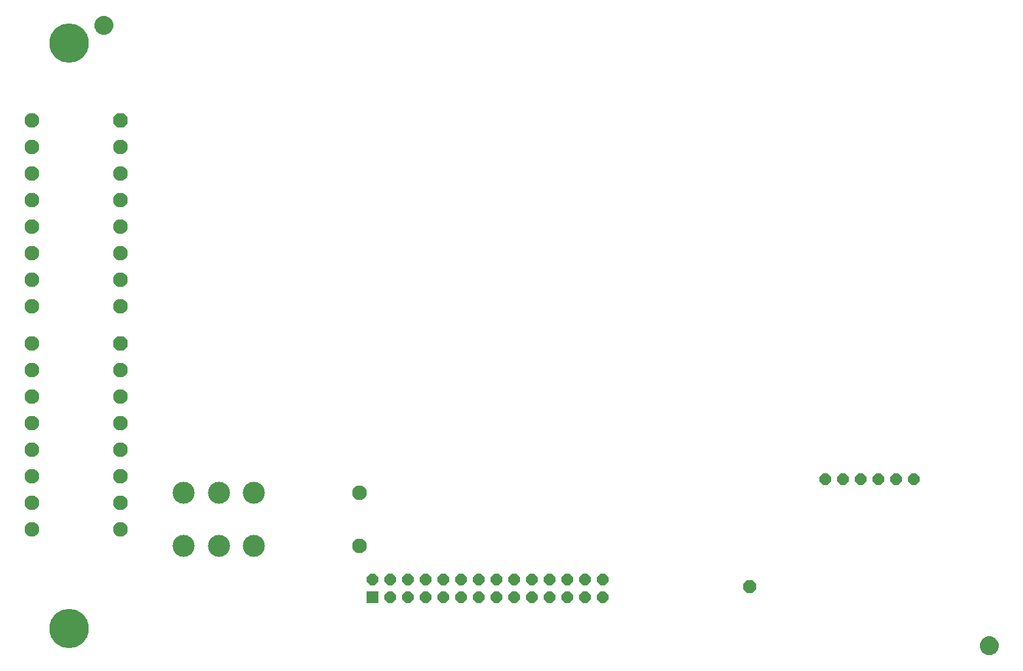
<source format=gbs>
G75*
%MOIN*%
%OFA0B0*%
%FSLAX25Y25*%
%IPPOS*%
%LPD*%
%AMOC8*
5,1,8,0,0,1.08239X$1,22.5*
%
%ADD10C,0.13198*%
%ADD11OC8,0.06506*%
%ADD12R,0.06506X0.06506*%
%ADD13OC8,0.08277*%
%ADD14C,0.08277*%
%ADD15C,0.12411*%
%ADD16C,0.00500*%
%ADD17OC8,0.07096*%
%ADD18C,0.22254*%
D10*
X0137995Y0087673D03*
X0137995Y0418382D03*
D11*
X0565188Y0171770D03*
X0575188Y0171770D03*
X0585188Y0171770D03*
X0595188Y0171770D03*
X0605188Y0171770D03*
X0615188Y0171770D03*
X0439333Y0115232D03*
X0429333Y0115232D03*
X0419333Y0115232D03*
X0409333Y0115232D03*
X0399333Y0115232D03*
X0389333Y0115232D03*
X0379333Y0115232D03*
X0369333Y0115232D03*
X0359333Y0115232D03*
X0349333Y0115232D03*
X0339333Y0115232D03*
X0329333Y0115232D03*
X0319333Y0115232D03*
X0309333Y0115232D03*
X0319333Y0105232D03*
X0329333Y0105232D03*
X0339333Y0105232D03*
X0349333Y0105232D03*
X0359333Y0105232D03*
X0369333Y0105232D03*
X0379333Y0105232D03*
X0389333Y0105232D03*
X0399333Y0105232D03*
X0409333Y0105232D03*
X0419333Y0105232D03*
X0429333Y0105232D03*
X0439333Y0105232D03*
D12*
X0309333Y0105232D03*
D13*
X0166932Y0248441D03*
X0166932Y0374425D03*
D14*
X0166932Y0359425D03*
X0166932Y0344425D03*
X0166932Y0329425D03*
X0166932Y0314425D03*
X0166932Y0299425D03*
X0166932Y0284425D03*
X0166932Y0269425D03*
X0116932Y0269425D03*
X0116932Y0284425D03*
X0116932Y0299425D03*
X0116932Y0314425D03*
X0116932Y0329425D03*
X0116932Y0344425D03*
X0116932Y0359425D03*
X0116932Y0374425D03*
X0116932Y0248441D03*
X0116932Y0233441D03*
X0116932Y0218441D03*
X0116932Y0203441D03*
X0116932Y0188441D03*
X0116932Y0173441D03*
X0116932Y0158441D03*
X0116932Y0143441D03*
X0166932Y0143441D03*
X0166932Y0158441D03*
X0166932Y0173441D03*
X0166932Y0188441D03*
X0166932Y0203441D03*
X0166932Y0218441D03*
X0166932Y0233441D03*
X0302044Y0164152D03*
X0302044Y0134388D03*
D15*
X0242516Y0134388D03*
X0222674Y0134388D03*
X0202831Y0134388D03*
X0202831Y0164152D03*
X0222674Y0164152D03*
X0242516Y0164152D03*
D16*
X0159390Y0423526D02*
X0158548Y0423300D01*
X0157680Y0423224D01*
X0156812Y0423300D01*
X0155970Y0423526D01*
X0155180Y0423894D01*
X0154466Y0424394D01*
X0153850Y0425010D01*
X0153350Y0425724D01*
X0152981Y0426514D01*
X0152756Y0427356D01*
X0152680Y0428224D01*
X0152756Y0429093D01*
X0152981Y0429935D01*
X0153350Y0430724D01*
X0153850Y0431438D01*
X0154466Y0432055D01*
X0155180Y0432555D01*
X0155970Y0432923D01*
X0156812Y0433148D01*
X0157680Y0433224D01*
X0158548Y0433148D01*
X0159390Y0432923D01*
X0160180Y0432555D01*
X0160894Y0432055D01*
X0161510Y0431438D01*
X0162010Y0430724D01*
X0162378Y0429935D01*
X0162604Y0429093D01*
X0162680Y0428224D01*
X0162604Y0427356D01*
X0162378Y0426514D01*
X0162010Y0425724D01*
X0161510Y0425010D01*
X0160894Y0424394D01*
X0160180Y0423894D01*
X0159390Y0423526D01*
X0159115Y0423452D02*
X0156245Y0423452D01*
X0155099Y0423951D02*
X0160261Y0423951D01*
X0160949Y0424449D02*
X0154411Y0424449D01*
X0153912Y0424948D02*
X0161447Y0424948D01*
X0161815Y0425446D02*
X0153544Y0425446D01*
X0153247Y0425945D02*
X0162113Y0425945D01*
X0162345Y0426443D02*
X0153014Y0426443D01*
X0152867Y0426942D02*
X0162493Y0426942D01*
X0162611Y0427440D02*
X0152748Y0427440D01*
X0152705Y0427939D02*
X0162655Y0427939D01*
X0162661Y0428437D02*
X0152698Y0428437D01*
X0152742Y0428936D02*
X0162618Y0428936D01*
X0162512Y0429434D02*
X0152847Y0429434D01*
X0152981Y0429933D02*
X0162379Y0429933D01*
X0162147Y0430431D02*
X0153213Y0430431D01*
X0153494Y0430930D02*
X0161866Y0430930D01*
X0161517Y0431428D02*
X0153843Y0431428D01*
X0154338Y0431927D02*
X0161021Y0431927D01*
X0160364Y0432426D02*
X0154995Y0432426D01*
X0155974Y0432924D02*
X0159386Y0432924D01*
X0653850Y0081045D02*
X0654466Y0081661D01*
X0655180Y0082161D01*
X0655970Y0082529D01*
X0656812Y0082755D01*
X0657680Y0082831D01*
X0658548Y0082755D01*
X0659390Y0082529D01*
X0660180Y0082161D01*
X0660894Y0081661D01*
X0661510Y0081045D01*
X0662010Y0080331D01*
X0662378Y0079541D01*
X0662604Y0078699D01*
X0662680Y0077831D01*
X0662604Y0076962D01*
X0662378Y0076121D01*
X0662010Y0075331D01*
X0661510Y0074617D01*
X0660894Y0074000D01*
X0660180Y0073501D01*
X0659390Y0073132D01*
X0658548Y0072907D01*
X0657680Y0072831D01*
X0656812Y0072907D01*
X0655970Y0073132D01*
X0655180Y0073501D01*
X0654466Y0074000D01*
X0653850Y0074617D01*
X0653350Y0075331D01*
X0652981Y0076121D01*
X0652756Y0076962D01*
X0652680Y0077831D01*
X0652756Y0078699D01*
X0652981Y0079541D01*
X0653350Y0080331D01*
X0653850Y0081045D01*
X0653801Y0080975D02*
X0661559Y0080975D01*
X0661908Y0080477D02*
X0653452Y0080477D01*
X0653185Y0079978D02*
X0662174Y0079978D01*
X0662395Y0079479D02*
X0652965Y0079479D01*
X0652831Y0078981D02*
X0662528Y0078981D01*
X0662623Y0078482D02*
X0652737Y0078482D01*
X0652693Y0077984D02*
X0662666Y0077984D01*
X0662650Y0077485D02*
X0652710Y0077485D01*
X0652754Y0076987D02*
X0662606Y0076987D01*
X0662477Y0076488D02*
X0652883Y0076488D01*
X0653042Y0075990D02*
X0662317Y0075990D01*
X0662085Y0075491D02*
X0653275Y0075491D01*
X0653586Y0074993D02*
X0661773Y0074993D01*
X0661388Y0074494D02*
X0653972Y0074494D01*
X0654472Y0073996D02*
X0660887Y0073996D01*
X0660173Y0073497D02*
X0655187Y0073497D01*
X0656468Y0072999D02*
X0658892Y0072999D01*
X0661081Y0081474D02*
X0654278Y0081474D01*
X0654910Y0081972D02*
X0660449Y0081972D01*
X0659516Y0082471D02*
X0655844Y0082471D01*
D17*
X0522438Y0111270D03*
D18*
X0137995Y0087673D03*
X0137995Y0418382D03*
M02*

</source>
